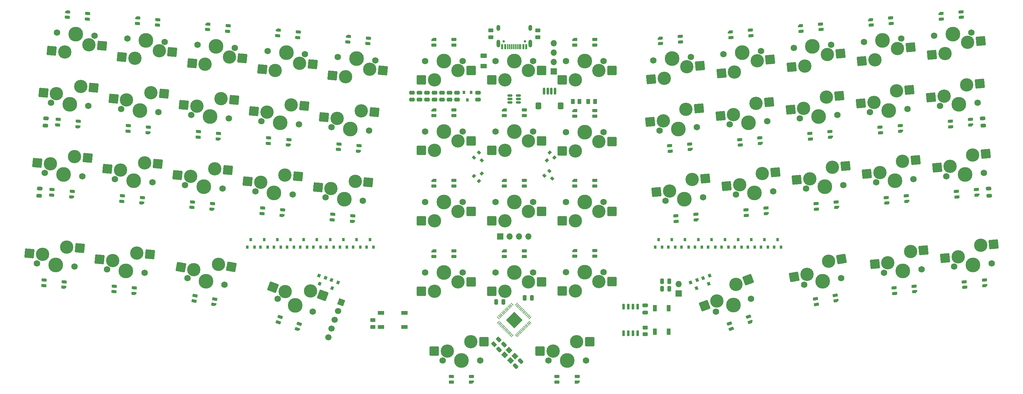
<source format=gbr>
%TF.GenerationSoftware,KiCad,Pcbnew,7.0.9*%
%TF.CreationDate,2024-01-06T21:29:47+01:00*%
%TF.ProjectId,rp2040_base,72703230-3430-45f6-9261-73652e6b6963,rev?*%
%TF.SameCoordinates,Original*%
%TF.FileFunction,Soldermask,Bot*%
%TF.FilePolarity,Negative*%
%FSLAX46Y46*%
G04 Gerber Fmt 4.6, Leading zero omitted, Abs format (unit mm)*
G04 Created by KiCad (PCBNEW 7.0.9) date 2024-01-06 21:29:47*
%MOMM*%
%LPD*%
G01*
G04 APERTURE LIST*
G04 Aperture macros list*
%AMRoundRect*
0 Rectangle with rounded corners*
0 $1 Rounding radius*
0 $2 $3 $4 $5 $6 $7 $8 $9 X,Y pos of 4 corners*
0 Add a 4 corners polygon primitive as box body*
4,1,4,$2,$3,$4,$5,$6,$7,$8,$9,$2,$3,0*
0 Add four circle primitives for the rounded corners*
1,1,$1+$1,$2,$3*
1,1,$1+$1,$4,$5*
1,1,$1+$1,$6,$7*
1,1,$1+$1,$8,$9*
0 Add four rect primitives between the rounded corners*
20,1,$1+$1,$2,$3,$4,$5,0*
20,1,$1+$1,$4,$5,$6,$7,0*
20,1,$1+$1,$6,$7,$8,$9,0*
20,1,$1+$1,$8,$9,$2,$3,0*%
%AMHorizOval*
0 Thick line with rounded ends*
0 $1 width*
0 $2 $3 position (X,Y) of the first rounded end (center of the circle)*
0 $4 $5 position (X,Y) of the second rounded end (center of the circle)*
0 Add line between two ends*
20,1,$1,$2,$3,$4,$5,0*
0 Add two circle primitives to create the rounded ends*
1,1,$1,$2,$3*
1,1,$1,$4,$5*%
%AMRotRect*
0 Rectangle, with rotation*
0 The origin of the aperture is its center*
0 $1 length*
0 $2 width*
0 $3 Rotation angle, in degrees counterclockwise*
0 Add horizontal line*
21,1,$1,$2,0,0,$3*%
%AMFreePoly0*
4,1,18,-0.410000,0.593000,-0.403758,0.624380,-0.385983,0.650983,-0.359380,0.668758,-0.328000,0.675000,0.328000,0.675000,0.359380,0.668758,0.385983,0.650983,0.403758,0.624380,0.410000,0.593000,0.410000,-0.593000,0.403758,-0.624380,0.385983,-0.650983,0.359380,-0.668758,0.328000,-0.675000,0.000000,-0.675000,-0.410000,-0.265000,-0.410000,0.593000,-0.410000,0.593000,$1*%
G04 Aperture macros list end*
%ADD10R,1.700000X1.700000*%
%ADD11O,1.700000X1.700000*%
%ADD12C,1.750000*%
%ADD13C,3.987800*%
%ADD14C,3.600000*%
%ADD15RoundRect,0.250000X1.305205X0.589122X-0.621165X1.290263X-1.305205X-0.589122X0.621165X-1.290263X0*%
%ADD16RoundRect,0.250000X0.933944X1.085529X-1.108255X0.906860X-0.933944X-1.085529X1.108255X-0.906860X0*%
%ADD17RoundRect,0.250000X-1.025000X-1.000000X1.025000X-1.000000X1.025000X1.000000X-1.025000X1.000000X0*%
%ADD18RoundRect,0.082000X0.619331X-0.275069X0.562156X0.378435X-0.619331X0.275069X-0.562156X-0.378435X0*%
%ADD19FreePoly0,95.000000*%
%ADD20RoundRect,0.082000X-0.619331X0.275069X-0.562156X-0.378435X0.619331X-0.275069X0.562156X0.378435X0*%
%ADD21FreePoly0,275.000000*%
%ADD22RotRect,0.900000X0.800000X315.000000*%
%ADD23RoundRect,0.250000X0.250000X0.475000X-0.250000X0.475000X-0.250000X-0.475000X0.250000X-0.475000X0*%
%ADD24RoundRect,0.082000X0.527034X-0.425990X0.640948X0.220044X-0.527034X0.425990X-0.640948X-0.220044X0*%
%ADD25FreePoly0,80.000000*%
%ADD26RoundRect,0.082000X-0.593000X0.328000X-0.593000X-0.328000X0.593000X-0.328000X0.593000X0.328000X0*%
%ADD27FreePoly0,270.000000*%
%ADD28RoundRect,0.250000X1.025000X1.000000X-1.025000X1.000000X-1.025000X-1.000000X1.025000X-1.000000X0*%
%ADD29RoundRect,0.250000X-0.475000X0.250000X-0.475000X-0.250000X0.475000X-0.250000X0.475000X0.250000X0*%
%ADD30R,0.800000X0.900000*%
%ADD31RotRect,0.900000X0.800000X290.000000*%
%ADD32RoundRect,0.082000X-0.562156X0.378435X-0.619331X-0.275069X0.562156X-0.378435X0.619331X0.275069X0*%
%ADD33FreePoly0,265.000000*%
%ADD34RotRect,0.900000X0.800000X250.000000*%
%ADD35RoundRect,0.250000X-0.450000X0.262500X-0.450000X-0.262500X0.450000X-0.262500X0.450000X0.262500X0*%
%ADD36RoundRect,0.150000X0.150000X0.775000X-0.150000X0.775000X-0.150000X-0.775000X0.150000X-0.775000X0*%
%ADD37RoundRect,0.332800X0.467200X0.567200X-0.467200X0.567200X-0.467200X-0.567200X0.467200X-0.567200X0*%
%ADD38RoundRect,0.250000X-1.108255X-0.906860X0.933944X-1.085529X1.108255X0.906860X-0.933944X1.085529X0*%
%ADD39RoundRect,0.082000X0.562156X-0.378435X0.619331X0.275069X-0.562156X0.378435X-0.619331X-0.275069X0*%
%ADD40FreePoly0,85.000000*%
%ADD41R,1.000000X1.700000*%
%ADD42RoundRect,0.150000X0.512500X0.150000X-0.512500X0.150000X-0.512500X-0.150000X0.512500X-0.150000X0*%
%ADD43RoundRect,0.250000X-0.933944X-1.085529X1.108255X-0.906860X0.933944X1.085529X-1.108255X0.906860X0*%
%ADD44RoundRect,0.082000X0.640948X-0.220044X0.527034X0.425990X-0.640948X0.220044X-0.527034X-0.425990X0*%
%ADD45FreePoly0,100.000000*%
%ADD46RoundRect,0.250000X1.108255X0.906860X-0.933944X1.085529X-1.108255X-0.906860X0.933944X-1.085529X0*%
%ADD47RoundRect,0.082000X0.669420X-0.105401X0.445055X0.511037X-0.669420X0.105401X-0.445055X-0.511037X0*%
%ADD48FreePoly0,110.000000*%
%ADD49RotRect,1.400000X1.200000X315.000000*%
%ADD50RotRect,1.700000X1.700000X160.000000*%
%ADD51HorizOval,1.700000X0.000000X0.000000X0.000000X0.000000X0*%
%ADD52RoundRect,0.250000X1.183076X0.806818X-0.835780X1.162797X-1.183076X-0.806818X0.835780X-1.162797X0*%
%ADD53RoundRect,0.250000X0.159099X-0.512652X0.512652X-0.159099X-0.159099X0.512652X-0.512652X0.159099X0*%
%ADD54RoundRect,0.250000X0.835780X1.162797X-1.183076X0.806818X-0.835780X-1.162797X1.183076X-0.806818X0*%
%ADD55RoundRect,0.250000X0.621165X1.290263X-1.305205X0.589122X-0.621165X-1.290263X1.305205X-0.589122X0*%
%ADD56RotRect,0.900000X0.800000X45.000000*%
%ADD57C,0.650000*%
%ADD58R,0.600000X1.450000*%
%ADD59R,0.300000X1.450000*%
%ADD60O,1.000000X1.600000*%
%ADD61O,1.000000X2.100000*%
%ADD62RoundRect,0.250000X-0.262500X-0.450000X0.262500X-0.450000X0.262500X0.450000X-0.262500X0.450000X0*%
%ADD63RoundRect,0.250000X-0.494981X0.207650X-0.451404X-0.290448X0.494981X-0.207650X0.451404X0.290448X0*%
%ADD64RoundRect,0.050000X0.309359X-0.238649X-0.238649X0.309359X-0.309359X0.238649X0.238649X-0.309359X0*%
%ADD65RoundRect,0.050000X0.309359X0.238649X0.238649X0.309359X-0.309359X-0.238649X-0.238649X-0.309359X0*%
%ADD66RoundRect,0.144000X2.059095X0.000000X0.000000X2.059095X-2.059095X0.000000X0.000000X-2.059095X0*%
%ADD67RotRect,0.900000X0.800000X225.000000*%
%ADD68RoundRect,0.250000X-0.451404X0.290448X-0.494981X-0.207650X0.451404X-0.290448X0.494981X0.207650X0*%
%ADD69RoundRect,0.082000X0.445055X-0.511037X0.669420X0.105401X-0.445055X0.511037X-0.669420X-0.105401X0*%
%ADD70FreePoly0,70.000000*%
%ADD71R,1.700000X1.000000*%
%ADD72RoundRect,0.150000X0.150000X-0.650000X0.150000X0.650000X-0.150000X0.650000X-0.150000X-0.650000X0*%
%ADD73RoundRect,0.082000X0.593000X-0.328000X0.593000X0.328000X-0.593000X0.328000X-0.593000X-0.328000X0*%
%ADD74FreePoly0,90.000000*%
%ADD75RoundRect,0.250000X-0.625000X0.375000X-0.625000X-0.375000X0.625000X-0.375000X0.625000X0.375000X0*%
%ADD76RoundRect,0.250000X-0.250000X-0.475000X0.250000X-0.475000X0.250000X0.475000X-0.250000X0.475000X0*%
%ADD77RoundRect,0.250000X-0.132583X0.503814X-0.503814X0.132583X0.132583X-0.503814X0.503814X-0.132583X0*%
G04 APERTURE END LIST*
D10*
%TO.C,pinout_cirque1*%
X146314000Y-105130600D03*
D11*
X148854000Y-105130600D03*
X151394000Y-105130600D03*
X153934000Y-105130600D03*
%TD*%
D12*
%TO.C,K43*%
X95636442Y-125497085D03*
D13*
X90862803Y-123759623D03*
D12*
X86089164Y-122022161D03*
D14*
X88151305Y-120069707D03*
D15*
X84815396Y-118855535D03*
X98322993Y-121068887D03*
D14*
X94987085Y-119854716D03*
%TD*%
D12*
%TO.C,K25*%
X256446966Y-70637649D03*
D13*
X251386297Y-71080400D03*
D12*
X246325628Y-71523151D03*
D14*
X247369420Y-68882129D03*
D16*
X243832928Y-69191532D03*
X257010372Y-65488952D03*
D14*
X253473880Y-65798355D03*
%TD*%
D12*
%TO.C,K34*%
X164080000Y-95820569D03*
D13*
X169160000Y-95820569D03*
D12*
X174240000Y-95820569D03*
D14*
X172970000Y-98360569D03*
D17*
X176520000Y-98360569D03*
X163070000Y-100900569D03*
D14*
X166620000Y-100900569D03*
%TD*%
D12*
%TO.C,K24*%
X237469457Y-72297966D03*
D13*
X232408788Y-72740717D03*
D12*
X227348119Y-73183468D03*
D14*
X228391911Y-70542446D03*
D16*
X224855419Y-70851849D03*
X238032863Y-67149269D03*
D14*
X234496371Y-67458672D03*
%TD*%
D18*
%TO.C,LED43*%
X231731859Y-96269248D03*
X231862592Y-97763540D03*
X237161120Y-95794250D03*
D19*
X237291853Y-97288542D03*
%TD*%
D20*
%TO.C,LED41*%
X233085717Y-49212186D03*
X232954984Y-47717894D03*
X227656456Y-49687184D03*
D21*
X227525723Y-48192892D03*
%TD*%
D22*
%TO.C,D11*%
X139221142Y-83804645D03*
X140564645Y-82461142D03*
X141307107Y-84547107D03*
%TD*%
D18*
%TO.C,LED38*%
X211094033Y-78952056D03*
X211224766Y-80446348D03*
X216523294Y-78477058D03*
D19*
X216654027Y-79971350D03*
%TD*%
D23*
%TO.C,C6*%
X192000000Y-117230000D03*
X190100000Y-117230000D03*
%TD*%
D24*
%TO.C,LED17*%
X63725054Y-121105386D03*
X63464582Y-122582598D03*
X69092256Y-122051768D03*
D25*
X68831784Y-123528980D03*
%TD*%
D20*
%TO.C,LED45*%
X252063226Y-47551869D03*
X251932493Y-46057577D03*
X246633965Y-48026867D03*
D21*
X246503232Y-46532575D03*
%TD*%
D26*
%TO.C,LED24*%
X133785000Y-72440569D03*
X133785000Y-70940569D03*
X128335000Y-72440569D03*
D27*
X128335000Y-70940569D03*
%TD*%
D12*
%TO.C,K44*%
X140902500Y-138683069D03*
D13*
X135822500Y-138683069D03*
D12*
X130742500Y-138683069D03*
D14*
X132012500Y-136143069D03*
D28*
X128462500Y-136143069D03*
X141912500Y-133603069D03*
D14*
X138362500Y-133603069D03*
%TD*%
D29*
%TO.C,C11*%
X124460000Y-66270000D03*
X124460000Y-68170000D03*
%TD*%
D30*
%TO.C,D13*%
X204440000Y-107990000D03*
X202540000Y-107990000D03*
X203490000Y-105990000D03*
%TD*%
D31*
%TO.C,D27*%
X201145272Y-116365227D03*
X202930688Y-115715388D03*
X202722020Y-117919693D03*
%TD*%
D32*
%TO.C,LED4*%
X91541053Y-51347501D03*
X91671786Y-49853209D03*
X86111792Y-50872503D03*
D33*
X86242525Y-49378211D03*
%TD*%
D12*
%TO.C,K46*%
X145030000Y-114870569D03*
D13*
X150110000Y-114870569D03*
D12*
X155190000Y-114870569D03*
D14*
X153920000Y-117410569D03*
D17*
X157470000Y-117410569D03*
X144020000Y-119950569D03*
D14*
X147570000Y-119950569D03*
%TD*%
D34*
%TO.C,D22*%
X100649312Y-116925388D03*
X102434728Y-117575227D03*
X100857980Y-119129693D03*
%TD*%
D30*
%TO.C,D17*%
X101260000Y-107990000D03*
X99360000Y-107990000D03*
X100310000Y-105990000D03*
%TD*%
D12*
%TO.C,K48*%
X169477500Y-138683069D03*
D13*
X164397500Y-138683069D03*
D12*
X159317500Y-138683069D03*
D14*
X160587500Y-136143069D03*
D28*
X157037500Y-136143069D03*
X170487500Y-133603069D03*
D14*
X166937500Y-133603069D03*
%TD*%
D35*
%TO.C,R8*%
X111890000Y-127767500D03*
X111890000Y-129592500D03*
%TD*%
D36*
%TO.C,JST_connector2*%
X161139000Y-65845800D03*
X160139000Y-65845800D03*
X159139000Y-65845800D03*
X158139000Y-65845800D03*
D37*
X162639000Y-69870800D03*
X156639000Y-69870800D03*
%TD*%
D30*
%TO.C,D26*%
X222280000Y-107990000D03*
X220380000Y-107990000D03*
X221330000Y-105990000D03*
%TD*%
D18*
%TO.C,LED52*%
X271824372Y-117380289D03*
X271955105Y-118874581D03*
X277253633Y-116905291D03*
D19*
X277384366Y-118399583D03*
%TD*%
D10*
%TO.C,J4*%
X194580000Y-120585000D03*
D11*
X194580000Y-118045000D03*
%TD*%
D31*
%TO.C,D28*%
X197805272Y-117575227D03*
X199590688Y-116925388D03*
X199382020Y-119129693D03*
%TD*%
D30*
%TO.C,D16*%
X112030000Y-107990000D03*
X110130000Y-107990000D03*
X111080000Y-105990000D03*
%TD*%
D12*
%TO.C,K4*%
X83388369Y-54980774D03*
D13*
X88449038Y-55423525D03*
D12*
X93509707Y-55866276D03*
D14*
X92023164Y-58285923D03*
D38*
X95559655Y-58595326D03*
X81939461Y-59953416D03*
D14*
X85475952Y-60262818D03*
%TD*%
D39*
%TO.C,LED8*%
X64719197Y-76816741D03*
X64588464Y-78311033D03*
X70148458Y-77291739D03*
D40*
X70017725Y-78786031D03*
%TD*%
D29*
%TO.C,C9*%
X122410000Y-66270000D03*
X122410000Y-68170000D03*
%TD*%
D41*
%TO.C,SW0*%
X191900000Y-130860569D03*
X191900000Y-124560569D03*
X188100000Y-130860569D03*
X188100000Y-124560569D03*
%TD*%
D29*
%TO.C,C14*%
X130560000Y-66270000D03*
X130560000Y-68170000D03*
%TD*%
D42*
%TO.C,U44*%
X151247500Y-67011579D03*
X151247500Y-67961579D03*
X151247500Y-68911579D03*
X148972500Y-68911579D03*
X148972500Y-67961579D03*
X148972500Y-67011579D03*
%TD*%
D12*
%TO.C,K13*%
X263642820Y-50885325D03*
D13*
X268703489Y-50442574D03*
D12*
X273764158Y-49999823D03*
D14*
X272720366Y-52640845D03*
D43*
X276256858Y-52331442D03*
X263079414Y-56034022D03*
D14*
X266615906Y-55724619D03*
%TD*%
D39*
%TO.C,LED12*%
X44081371Y-94133933D03*
X43950638Y-95628225D03*
X49510632Y-94608931D03*
D40*
X49379899Y-96103223D03*
%TD*%
D44*
%TO.C,LED44*%
X231567126Y-121993923D03*
X231827598Y-123471135D03*
X236934328Y-121047541D03*
D45*
X237194800Y-122524753D03*
%TD*%
D12*
%TO.C,K14*%
X34916863Y-69862834D03*
D13*
X29856194Y-69420083D03*
D12*
X24795525Y-68977332D03*
D14*
X26282068Y-66557685D03*
D46*
X22745577Y-66248282D03*
X36365771Y-64890192D03*
D14*
X32829280Y-64580790D03*
%TD*%
D23*
%TO.C,C7*%
X192000000Y-119240000D03*
X190100000Y-119240000D03*
%TD*%
D30*
%TO.C,D5*%
X218720000Y-107990000D03*
X216820000Y-107990000D03*
X217770000Y-105990000D03*
%TD*%
D12*
%TO.C,K18*%
X110826899Y-76504102D03*
D13*
X105766230Y-76061351D03*
D12*
X100705561Y-75618600D03*
D14*
X102192104Y-73198953D03*
D46*
X98655613Y-72889550D03*
X112275807Y-71531460D03*
D14*
X108739316Y-71222058D03*
%TD*%
D47*
%TO.C,LED40*%
X208301864Y-128702453D03*
X208814894Y-130111992D03*
X213423188Y-126838444D03*
D48*
X213936218Y-128247983D03*
%TD*%
D12*
%TO.C,K47*%
X164080000Y-114801579D03*
D13*
X169160000Y-114801579D03*
D12*
X174240000Y-114801579D03*
D14*
X172970000Y-117341579D03*
D17*
X176520000Y-117341579D03*
X163070000Y-119881579D03*
D14*
X166620000Y-119881579D03*
%TD*%
D12*
%TO.C,K1*%
X26455842Y-49999823D03*
D13*
X31516511Y-50442574D03*
D12*
X36577180Y-50885325D03*
D14*
X35090637Y-53304972D03*
D38*
X38627128Y-53614375D03*
X25006934Y-54972465D03*
D14*
X28543425Y-55281867D03*
%TD*%
D49*
%TO.C,Y0*%
X148723223Y-135901142D03*
X150278858Y-137456777D03*
X149076777Y-138658858D03*
X147521142Y-137103223D03*
%TD*%
D18*
%TO.C,LED48*%
X252846863Y-119040606D03*
X252977596Y-120534898D03*
X258276124Y-118565608D03*
D19*
X258406857Y-120059900D03*
%TD*%
D12*
%TO.C,K16*%
X72871881Y-73183468D03*
D13*
X67811212Y-72740717D03*
D12*
X62750543Y-72297966D03*
D14*
X64237086Y-69878319D03*
D46*
X60700595Y-69568916D03*
X74320789Y-68210826D03*
D14*
X70784298Y-67901424D03*
%TD*%
D12*
%TO.C,K37*%
X239129774Y-91275475D03*
D13*
X234069105Y-91718226D03*
D12*
X229008436Y-92160977D03*
D14*
X230052228Y-89519955D03*
D16*
X226515736Y-89829358D03*
X239693180Y-86126778D03*
D14*
X236156688Y-86436181D03*
%TD*%
D39*
%TO.C,LED7*%
X45741688Y-75156424D03*
X45610955Y-76650716D03*
X51170949Y-75631422D03*
D40*
X51040216Y-77125714D03*
%TD*%
D50*
%TO.C,J1*%
X103294925Y-122882723D03*
D51*
X102426194Y-125269542D03*
X101557463Y-127656362D03*
X100688732Y-130043181D03*
X99820000Y-132430000D03*
%TD*%
D12*
%TO.C,K45*%
X125980000Y-114870569D03*
D13*
X131060000Y-114870569D03*
D12*
X136140000Y-114870569D03*
D14*
X134870000Y-117410569D03*
D17*
X138420000Y-117410569D03*
X124970000Y-119950569D03*
D14*
X128520000Y-119950569D03*
%TD*%
D12*
%TO.C,K5*%
X102365878Y-56641091D03*
D13*
X107426547Y-57083842D03*
D12*
X112487216Y-57526593D03*
D14*
X111000673Y-59946240D03*
D38*
X114537164Y-60255643D03*
X100916970Y-61613733D03*
D14*
X104453461Y-61923135D03*
%TD*%
D39*
%TO.C,LED14*%
X82036389Y-97454567D03*
X81905656Y-98948859D03*
X87465650Y-97929565D03*
D40*
X87334917Y-99423857D03*
%TD*%
D12*
%TO.C,K2*%
X45433351Y-51660140D03*
D13*
X50494020Y-52102891D03*
D12*
X55554689Y-52545642D03*
D14*
X54068146Y-54965289D03*
D38*
X57604637Y-55274692D03*
X43984443Y-56632782D03*
D14*
X47520934Y-56942184D03*
%TD*%
D32*
%TO.C,LED1*%
X34608526Y-46366550D03*
X34739259Y-44872258D03*
X29179265Y-45891552D03*
D33*
X29309998Y-44397260D03*
%TD*%
D12*
%TO.C,K20*%
X145030000Y-76770569D03*
D13*
X150110000Y-76770569D03*
D12*
X155190000Y-76770569D03*
D14*
X153920000Y-79310569D03*
D17*
X157470000Y-79310569D03*
X144020000Y-81850569D03*
D14*
X147570000Y-81850569D03*
%TD*%
D30*
%TO.C,D8*%
X90540000Y-107990000D03*
X88640000Y-107990000D03*
X89590000Y-105990000D03*
%TD*%
D12*
%TO.C,K36*%
X220152265Y-92935792D03*
D13*
X215091596Y-93378543D03*
D12*
X210030927Y-93821294D03*
D14*
X211074719Y-91180272D03*
D16*
X207538227Y-91489675D03*
X220715671Y-87787095D03*
D14*
X217179179Y-88096498D03*
%TD*%
D30*
%TO.C,D3*%
X79820000Y-107990000D03*
X77920000Y-107990000D03*
X78870000Y-105990000D03*
%TD*%
%TO.C,D12*%
X200860000Y-107990000D03*
X198960000Y-107990000D03*
X199910000Y-105990000D03*
%TD*%
D12*
%TO.C,K12*%
X244665311Y-52545642D03*
D13*
X249725980Y-52102891D03*
D12*
X254786649Y-51660140D03*
D14*
X253742857Y-54301162D03*
D43*
X257279349Y-53991759D03*
X244101905Y-57694339D03*
D14*
X247638397Y-57384936D03*
%TD*%
D26*
%TO.C,LED32*%
X171885000Y-110471579D03*
X171885000Y-108971579D03*
X166435000Y-110471579D03*
D27*
X166435000Y-108971579D03*
%TD*%
D12*
%TO.C,K42*%
X71723993Y-118138647D03*
D13*
X66721170Y-117256514D03*
D12*
X61718347Y-116374381D03*
D14*
X63410119Y-114093503D03*
D52*
X59914051Y-113477052D03*
X73600782Y-113311208D03*
D14*
X70104714Y-112694757D03*
%TD*%
D26*
%TO.C,LED26*%
X171885000Y-72611579D03*
X171885000Y-71111579D03*
X166435000Y-72611579D03*
D27*
X166435000Y-71111579D03*
%TD*%
D29*
%TO.C,C5*%
X185510000Y-123800000D03*
X185510000Y-125700000D03*
%TD*%
D53*
%TO.C,C2*%
X150468249Y-140191751D03*
X151811751Y-138848249D03*
%TD*%
D12*
%TO.C,K32*%
X125980000Y-95820569D03*
D13*
X131060000Y-95820569D03*
D12*
X136140000Y-95820569D03*
D14*
X134870000Y-98360569D03*
D17*
X138420000Y-98360569D03*
X124970000Y-100900569D03*
D14*
X128520000Y-100900569D03*
%TD*%
D26*
%TO.C,LED23*%
X171885000Y-53390569D03*
X171885000Y-51890569D03*
X166435000Y-53390569D03*
D27*
X166435000Y-51890569D03*
%TD*%
D12*
%TO.C,K10*%
X206710293Y-55866276D03*
D13*
X211770962Y-55423525D03*
D12*
X216831631Y-54980774D03*
D14*
X215787839Y-57621796D03*
D43*
X219324331Y-57312393D03*
X206146887Y-61014973D03*
D14*
X209683379Y-60705570D03*
%TD*%
D12*
%TO.C,K50*%
X238501653Y-116374381D03*
D13*
X233498830Y-117256514D03*
D12*
X228496007Y-118138647D03*
D14*
X229305646Y-115416702D03*
D54*
X225809579Y-116033153D03*
X238614176Y-111196173D03*
D14*
X235118109Y-111812624D03*
%TD*%
D30*
%TO.C,D1*%
X86970000Y-107990000D03*
X85070000Y-107990000D03*
X86020000Y-105990000D03*
%TD*%
%TO.C,D20*%
X193670000Y-107990000D03*
X191770000Y-107990000D03*
X192720000Y-105990000D03*
%TD*%
%TO.C,D19*%
X190110000Y-107990000D03*
X188210000Y-107990000D03*
X189160000Y-105990000D03*
%TD*%
D12*
%TO.C,K49*%
X214155218Y-121964117D03*
D13*
X209381579Y-123701579D03*
D12*
X204607940Y-125439041D03*
D14*
X204932619Y-122617856D03*
D55*
X201596710Y-123832028D03*
X213366845Y-116845038D03*
D14*
X210030936Y-118059209D03*
%TD*%
D12*
%TO.C,K35*%
X201174756Y-94596109D03*
D13*
X196114087Y-95038860D03*
D12*
X191053418Y-95481611D03*
D14*
X192097210Y-92840589D03*
D16*
X188560718Y-93149992D03*
X201738162Y-89447412D03*
D14*
X198201670Y-89756815D03*
%TD*%
D56*
%TO.C,D18*%
X140564645Y-90168858D03*
X139221142Y-88825355D03*
X141307107Y-88082893D03*
%TD*%
D57*
%TO.C,J0*%
X147211579Y-52411579D03*
X152991579Y-52411579D03*
D58*
X146851579Y-53856579D03*
X147651579Y-53856579D03*
D59*
X148851579Y-53856579D03*
X149851579Y-53856579D03*
X150351579Y-53856579D03*
X151351579Y-53856579D03*
D58*
X152551579Y-53856579D03*
X153351579Y-53856579D03*
X153351579Y-53856579D03*
X152551579Y-53856579D03*
D59*
X151851579Y-53856579D03*
X150851579Y-53856579D03*
X149351579Y-53856579D03*
X148351579Y-53856579D03*
D58*
X147651579Y-53856579D03*
X146851579Y-53856579D03*
D60*
X145781579Y-48761579D03*
D61*
X145781579Y-52941579D03*
D60*
X154421579Y-48761579D03*
D61*
X154421579Y-52941579D03*
%TD*%
D62*
%TO.C,R4*%
X165914700Y-68656200D03*
X167739700Y-68656200D03*
%TD*%
D12*
%TO.C,K23*%
X218491948Y-73958283D03*
D13*
X213431279Y-74401034D03*
D12*
X208370610Y-74843785D03*
D14*
X209414402Y-72202763D03*
D16*
X205877910Y-72512166D03*
X219055354Y-68809586D03*
D14*
X215518862Y-69118989D03*
%TD*%
D63*
%TO.C,C18*%
X278427202Y-92223615D03*
X278592798Y-94116385D03*
%TD*%
D29*
%TO.C,C13*%
X128520000Y-66270000D03*
X128520000Y-68170000D03*
%TD*%
D30*
%TO.C,D6*%
X215160000Y-107990000D03*
X213260000Y-107990000D03*
X214210000Y-105990000D03*
%TD*%
D39*
%TO.C,LED13*%
X63058880Y-95794250D03*
X62928147Y-97288542D03*
X68488141Y-96269248D03*
D40*
X68357408Y-97763540D03*
%TD*%
D12*
%TO.C,K27*%
X33256546Y-88840343D03*
D13*
X28195877Y-88397592D03*
D12*
X23135208Y-87954841D03*
D14*
X24621751Y-85535194D03*
D46*
X21085260Y-85225791D03*
X34705454Y-83867701D03*
D14*
X31168963Y-83558299D03*
%TD*%
D26*
%TO.C,LED21*%
X133785000Y-53390569D03*
X133785000Y-51890569D03*
X128335000Y-53390569D03*
D27*
X128335000Y-51890569D03*
%TD*%
D12*
%TO.C,K30*%
X90189073Y-93821294D03*
D13*
X85128404Y-93378543D03*
D12*
X80067735Y-92935792D03*
D14*
X81554278Y-90516145D03*
D46*
X78017787Y-90206742D03*
X91637981Y-88848652D03*
D14*
X88101490Y-88539250D03*
%TD*%
D10*
%TO.C,USB_breakout1*%
X160800000Y-60530000D03*
D11*
X160800000Y-57990000D03*
X160800000Y-55450000D03*
X160800000Y-52910000D03*
%TD*%
D20*
%TO.C,LED37*%
X214108208Y-50872503D03*
X213977475Y-49378211D03*
X208678947Y-51347501D03*
D21*
X208548214Y-49853209D03*
%TD*%
D18*
%TO.C,LED46*%
X249049051Y-75631422D03*
X249179784Y-77125714D03*
X254478312Y-75156424D03*
D19*
X254609045Y-76650716D03*
%TD*%
D26*
%TO.C,LED29*%
X171885000Y-91490569D03*
X171885000Y-89990569D03*
X166435000Y-91490569D03*
D27*
X166435000Y-89990569D03*
%TD*%
D18*
%TO.C,LED34*%
X192116524Y-80612373D03*
X192247257Y-82106665D03*
X197545785Y-80137375D03*
D19*
X197676518Y-81631667D03*
%TD*%
D12*
%TO.C,K19*%
X125980000Y-76770569D03*
D13*
X131060000Y-76770569D03*
D12*
X136140000Y-76770569D03*
D14*
X134870000Y-79310569D03*
D17*
X138420000Y-79310569D03*
X124970000Y-81850569D03*
D14*
X128520000Y-81850569D03*
%TD*%
D12*
%TO.C,K33*%
X145030000Y-95820569D03*
D13*
X150110000Y-95820569D03*
D12*
X155190000Y-95820569D03*
D14*
X153920000Y-98360569D03*
D17*
X157470000Y-98360569D03*
X144020000Y-100900569D03*
D14*
X147570000Y-100900569D03*
%TD*%
D12*
%TO.C,K7*%
X145030000Y-57720569D03*
D13*
X150110000Y-57720569D03*
D12*
X155190000Y-57720569D03*
D14*
X153920000Y-60260569D03*
D17*
X157470000Y-60260569D03*
X144020000Y-62800569D03*
D14*
X147570000Y-62800569D03*
%TD*%
D20*
%TO.C,LED49*%
X271040735Y-45891552D03*
X270910002Y-44397260D03*
X265611474Y-46366550D03*
D21*
X265480741Y-44872258D03*
%TD*%
D12*
%TO.C,K6*%
X125980000Y-57720569D03*
D13*
X131060000Y-57720569D03*
D12*
X136140000Y-57720569D03*
D14*
X134870000Y-60260569D03*
D17*
X138420000Y-60260569D03*
X124970000Y-62800569D03*
D14*
X128520000Y-62800569D03*
%TD*%
D29*
%TO.C,C12*%
X126490000Y-66270000D03*
X126490000Y-68170000D03*
%TD*%
D26*
%TO.C,LED25*%
X152835000Y-72440569D03*
X152835000Y-70940569D03*
X147385000Y-72440569D03*
D27*
X147385000Y-70940569D03*
%TD*%
D64*
%TO.C,U3*%
X154370736Y-128302771D03*
X154087893Y-128585614D03*
X153805051Y-128868456D03*
X153522208Y-129151299D03*
X153239365Y-129434142D03*
X152956523Y-129716984D03*
X152673680Y-129999827D03*
X152390837Y-130282670D03*
X152107994Y-130565513D03*
X151825152Y-130848355D03*
X151542309Y-131131198D03*
X151259466Y-131414041D03*
X150976624Y-131696883D03*
X150693781Y-131979726D03*
D65*
X149509377Y-131979726D03*
X149226534Y-131696883D03*
X148943692Y-131414041D03*
X148660849Y-131131198D03*
X148378006Y-130848355D03*
X148095164Y-130565513D03*
X147812321Y-130282670D03*
X147529478Y-129999827D03*
X147246635Y-129716984D03*
X146963793Y-129434142D03*
X146680950Y-129151299D03*
X146398107Y-128868456D03*
X146115265Y-128585614D03*
X145832422Y-128302771D03*
D64*
X145832422Y-127118367D03*
X146115265Y-126835524D03*
X146398107Y-126552682D03*
X146680950Y-126269839D03*
X146963793Y-125986996D03*
X147246635Y-125704154D03*
X147529478Y-125421311D03*
X147812321Y-125138468D03*
X148095164Y-124855625D03*
X148378006Y-124572783D03*
X148660849Y-124289940D03*
X148943692Y-124007097D03*
X149226534Y-123724255D03*
X149509377Y-123441412D03*
D65*
X150693781Y-123441412D03*
X150976624Y-123724255D03*
X151259466Y-124007097D03*
X151542309Y-124289940D03*
X151825152Y-124572783D03*
X152107994Y-124855625D03*
X152390837Y-125138468D03*
X152673680Y-125421311D03*
X152956523Y-125704154D03*
X153239365Y-125986996D03*
X153522208Y-126269839D03*
X153805051Y-126552682D03*
X154087893Y-126835524D03*
X154370736Y-127118367D03*
D66*
X150101579Y-127710569D03*
%TD*%
D12*
%TO.C,K39*%
X277084792Y-87954841D03*
D13*
X272024123Y-88397592D03*
D12*
X266963454Y-88840343D03*
D14*
X268007246Y-86199321D03*
D16*
X264470754Y-86508724D03*
X277648198Y-82806144D03*
D14*
X274111706Y-83115547D03*
%TD*%
D12*
%TO.C,K31*%
X109166582Y-95481611D03*
D13*
X104105913Y-95038860D03*
D12*
X99045244Y-94596109D03*
D14*
X100531787Y-92176462D03*
D46*
X96995296Y-91867059D03*
X110615490Y-90508969D03*
D14*
X107078999Y-90199567D03*
%TD*%
D30*
%TO.C,D7*%
X211600000Y-107990000D03*
X209700000Y-107990000D03*
X210650000Y-105990000D03*
%TD*%
D18*
%TO.C,LED39*%
X212754350Y-97929565D03*
X212885083Y-99423857D03*
X218183611Y-97454567D03*
D19*
X218314344Y-98948859D03*
%TD*%
D12*
%TO.C,K3*%
X64410860Y-53320457D03*
D13*
X69471529Y-53763208D03*
D12*
X74532198Y-54205959D03*
D14*
X73045655Y-56625606D03*
D38*
X76582146Y-56935009D03*
X62961952Y-58293099D03*
D14*
X66498443Y-58602501D03*
%TD*%
D67*
%TO.C,D4*%
X159655355Y-82461142D03*
X160998858Y-83804645D03*
X158912893Y-84547107D03*
%TD*%
D12*
%TO.C,K41*%
X50096561Y-114932335D03*
D13*
X45035892Y-114489584D03*
D12*
X39975223Y-114046833D03*
D14*
X41461766Y-111627186D03*
D46*
X37925275Y-111317783D03*
X51545469Y-109959693D03*
D14*
X48008978Y-109650291D03*
%TD*%
D12*
%TO.C,K22*%
X199514439Y-75618600D03*
D13*
X194453770Y-76061351D03*
D12*
X189393101Y-76504102D03*
D14*
X190436893Y-73863080D03*
D16*
X186900401Y-74172483D03*
X200077845Y-70469903D03*
D14*
X196541353Y-70779306D03*
%TD*%
D18*
%TO.C,LED47*%
X250709368Y-94608931D03*
X250840101Y-96103223D03*
X256138629Y-94133933D03*
D19*
X256269362Y-95628225D03*
%TD*%
D35*
%TO.C,R7*%
X143761579Y-49459079D03*
X143761579Y-51284079D03*
%TD*%
D68*
%TO.C,C16*%
X23450000Y-73240000D03*
X23284404Y-75132770D03*
%TD*%
D22*
%TO.C,D25*%
X158241142Y-88754645D03*
X159584645Y-87411142D03*
X160327107Y-89497107D03*
%TD*%
D32*
%TO.C,LED5*%
X110518562Y-53007818D03*
X110649295Y-51513526D03*
X105089301Y-52532820D03*
D33*
X105220034Y-51038528D03*
%TD*%
D12*
%TO.C,K40*%
X31132248Y-113284330D03*
D13*
X26071579Y-112841579D03*
D12*
X21010910Y-112398828D03*
D14*
X22497453Y-109979181D03*
D46*
X18960962Y-109669778D03*
X32581156Y-108311688D03*
D14*
X29044665Y-108002286D03*
%TD*%
D30*
%TO.C,D2*%
X83390000Y-107990000D03*
X81490000Y-107990000D03*
X82440000Y-105990000D03*
%TD*%
D23*
%TO.C,C10*%
X147130000Y-122870000D03*
X145230000Y-122870000D03*
%TD*%
D29*
%TO.C,C1*%
X140270000Y-66270000D03*
X140270000Y-68170000D03*
%TD*%
D12*
%TO.C,K15*%
X53894372Y-71523151D03*
D13*
X48833703Y-71080400D03*
D12*
X43773034Y-70637649D03*
D14*
X45259577Y-68218002D03*
D46*
X41723086Y-67908599D03*
X55343280Y-66550509D03*
D14*
X51806789Y-66241107D03*
%TD*%
D26*
%TO.C,LED31*%
X152835000Y-110540569D03*
X152835000Y-109040569D03*
X147385000Y-110540569D03*
D27*
X147385000Y-109040569D03*
%TD*%
D69*
%TO.C,LED16*%
X86821194Y-126896488D03*
X86308164Y-128306027D03*
X91942518Y-128760497D03*
D70*
X91429488Y-130170036D03*
%TD*%
D71*
%TO.C,SW2*%
X120370000Y-125810569D03*
X114070000Y-125810569D03*
X120370000Y-129610569D03*
X114070000Y-129610569D03*
%TD*%
D35*
%TO.C,R6*%
X156451579Y-49459079D03*
X156451579Y-51284079D03*
%TD*%
D18*
%TO.C,LED51*%
X269686877Y-92948614D03*
X269817610Y-94442906D03*
X275116138Y-92473616D03*
D19*
X275246871Y-93967908D03*
%TD*%
D30*
%TO.C,D9*%
X94110000Y-107990000D03*
X92210000Y-107990000D03*
X93160000Y-105990000D03*
%TD*%
D39*
%TO.C,LED6*%
X26764179Y-73496107D03*
X26633446Y-74990399D03*
X32193440Y-73971105D03*
D40*
X32062707Y-75465397D03*
%TD*%
D29*
%TO.C,C17*%
X132620000Y-66270000D03*
X132620000Y-68170000D03*
%TD*%
D35*
%TO.C,R1*%
X185480000Y-129767500D03*
X185480000Y-131592500D03*
%TD*%
D39*
%TO.C,LED11*%
X25103862Y-92473616D03*
X24973129Y-93967908D03*
X30533123Y-92948614D03*
D40*
X30402390Y-94442906D03*
%TD*%
D32*
%TO.C,LED2*%
X53586035Y-48026867D03*
X53716768Y-46532575D03*
X48156774Y-47551869D03*
D33*
X48287507Y-46057577D03*
%TD*%
D12*
%TO.C,K17*%
X91849390Y-74843785D03*
D13*
X86788721Y-74401034D03*
D12*
X81728052Y-73958283D03*
D14*
X83214595Y-71538636D03*
D46*
X79678104Y-71229233D03*
X93298298Y-69871143D03*
D14*
X89761807Y-69561741D03*
%TD*%
D63*
%TO.C,C19*%
X276757202Y-73243615D03*
X276922798Y-75136385D03*
%TD*%
D30*
%TO.C,D15*%
X108440000Y-107990000D03*
X106540000Y-107990000D03*
X107490000Y-105990000D03*
%TD*%
D62*
%TO.C,R3*%
X170131100Y-68656200D03*
X171956100Y-68656200D03*
%TD*%
D72*
%TO.C,U2*%
X183485000Y-131310569D03*
X182215000Y-131310569D03*
X180945000Y-131310569D03*
X179675000Y-131310569D03*
X179675000Y-124110569D03*
X180945000Y-124110569D03*
X182215000Y-124110569D03*
X183485000Y-124110569D03*
%TD*%
D32*
%TO.C,LED3*%
X72563544Y-49687184D03*
X72694277Y-48192892D03*
X67134283Y-49212186D03*
D33*
X67265016Y-47717894D03*
%TD*%
D12*
%TO.C,K21*%
X164080000Y-76941579D03*
D13*
X169160000Y-76941579D03*
D12*
X174240000Y-76941579D03*
D14*
X172970000Y-79481579D03*
D17*
X176520000Y-79481579D03*
X163070000Y-82021579D03*
D14*
X166620000Y-82021579D03*
%TD*%
D39*
%TO.C,LED19*%
X22979564Y-116917603D03*
X22848831Y-118411895D03*
X28408825Y-117392601D03*
D40*
X28278092Y-118886893D03*
%TD*%
D39*
%TO.C,LED9*%
X83696706Y-78477058D03*
X83565973Y-79971350D03*
X89125967Y-78952056D03*
D40*
X88995234Y-80446348D03*
%TD*%
D12*
%TO.C,K52*%
X279222287Y-112386516D03*
D13*
X274161618Y-112829267D03*
D12*
X269100949Y-113272018D03*
D14*
X270144741Y-110630996D03*
D16*
X266608249Y-110940399D03*
X279785693Y-107237819D03*
D14*
X276249201Y-107547222D03*
%TD*%
D53*
%TO.C,C3*%
X145988249Y-135711751D03*
X147331751Y-134368249D03*
%TD*%
D12*
%TO.C,K38*%
X258107283Y-89615158D03*
D13*
X253046614Y-90057909D03*
D12*
X247985945Y-90500660D03*
D14*
X249029737Y-87859638D03*
D16*
X245493245Y-88169041D03*
X258670689Y-84466461D03*
D14*
X255134197Y-84775864D03*
%TD*%
D30*
%TO.C,U4*%
X136500000Y-66220000D03*
X138400000Y-66220000D03*
X137450000Y-68220000D03*
%TD*%
D73*
%TO.C,LED36*%
X161672500Y-143013069D03*
X161672500Y-144513069D03*
X167122500Y-143013069D03*
D74*
X167122500Y-144513069D03*
%TD*%
D75*
%TO.C,F0*%
X141861579Y-56320569D03*
X141861579Y-59120569D03*
%TD*%
D73*
%TO.C,LED20*%
X133097500Y-143013069D03*
X133097500Y-144513069D03*
X138547500Y-143013069D03*
D74*
X138547500Y-144513069D03*
%TD*%
D12*
%TO.C,K51*%
X260244778Y-114046833D03*
D13*
X255184109Y-114489584D03*
D12*
X250123440Y-114932335D03*
D14*
X251167232Y-112291313D03*
D16*
X247630740Y-112600716D03*
X260808184Y-108898136D03*
D14*
X257271692Y-109207539D03*
%TD*%
D39*
%TO.C,LED18*%
X41943877Y-118565608D03*
X41813144Y-120059900D03*
X47373138Y-119040606D03*
D40*
X47242405Y-120534898D03*
%TD*%
D18*
%TO.C,LED42*%
X230071542Y-77291739D03*
X230202275Y-78786031D03*
X235500803Y-76816741D03*
D19*
X235631536Y-78311033D03*
%TD*%
D39*
%TO.C,LED15*%
X101013898Y-99114884D03*
X100883165Y-100609176D03*
X106443159Y-99589882D03*
D40*
X106312426Y-101084174D03*
%TD*%
D26*
%TO.C,LED28*%
X152835000Y-91490569D03*
X152835000Y-89990569D03*
X147385000Y-91490569D03*
D27*
X147385000Y-89990569D03*
%TD*%
D20*
%TO.C,LED33*%
X195108825Y-52532820D03*
X194978092Y-51038528D03*
X189679564Y-53007818D03*
D21*
X189548831Y-51513526D03*
%TD*%
D30*
%TO.C,D24*%
X104850000Y-107990000D03*
X102950000Y-107990000D03*
X103900000Y-105990000D03*
%TD*%
D76*
%TO.C,C8*%
X152950000Y-121720000D03*
X154850000Y-121720000D03*
%TD*%
D12*
%TO.C,K29*%
X71211564Y-92160977D03*
D13*
X66150895Y-91718226D03*
D12*
X61090226Y-91275475D03*
D14*
X62576769Y-88855828D03*
D46*
X59040278Y-88546425D03*
X72660472Y-87188335D03*
D14*
X69123981Y-86878933D03*
%TD*%
D26*
%TO.C,LED27*%
X133785000Y-91490569D03*
X133785000Y-89990569D03*
X128335000Y-91490569D03*
D27*
X128335000Y-89990569D03*
%TD*%
D30*
%TO.C,D10*%
X97680000Y-107990000D03*
X95780000Y-107990000D03*
X96730000Y-105990000D03*
%TD*%
D18*
%TO.C,LED35*%
X193776841Y-99589882D03*
X193907574Y-101084174D03*
X199206102Y-99114884D03*
D19*
X199336835Y-100609176D03*
%TD*%
D30*
%TO.C,D21*%
X197250000Y-107990000D03*
X195350000Y-107990000D03*
X196300000Y-105990000D03*
%TD*%
D18*
%TO.C,LED50*%
X268026560Y-73971105D03*
X268157293Y-75465397D03*
X273455821Y-73496107D03*
D19*
X273586554Y-74990399D03*
%TD*%
D12*
%TO.C,K8*%
X164080000Y-57720569D03*
D13*
X169160000Y-57720569D03*
D12*
X174240000Y-57720569D03*
D14*
X172970000Y-60260569D03*
D17*
X176520000Y-60260569D03*
X163070000Y-62800569D03*
D14*
X166620000Y-62800569D03*
%TD*%
D12*
%TO.C,K28*%
X52234055Y-90500660D03*
D13*
X47173386Y-90057909D03*
D12*
X42112717Y-89615158D03*
D14*
X43599260Y-87195511D03*
D46*
X40062769Y-86886108D03*
X53682963Y-85528018D03*
D14*
X50146472Y-85218616D03*
%TD*%
D12*
%TO.C,K11*%
X225687802Y-54205959D03*
D13*
X230748471Y-53763208D03*
D12*
X235809140Y-53320457D03*
D14*
X234765348Y-55961479D03*
D43*
X238301840Y-55652076D03*
X225124396Y-59354656D03*
D14*
X228660888Y-59045253D03*
%TD*%
D26*
%TO.C,LED30*%
X133785000Y-110540569D03*
X133785000Y-109040569D03*
X128335000Y-110540569D03*
D27*
X128335000Y-109040569D03*
%TD*%
D29*
%TO.C,C4*%
X134630000Y-66270000D03*
X134630000Y-68170000D03*
%TD*%
D77*
%TO.C,R5*%
X145885235Y-132974765D03*
X144594765Y-134265235D03*
%TD*%
D12*
%TO.C,K26*%
X275424475Y-68977332D03*
D13*
X270363806Y-69420083D03*
D12*
X265303137Y-69862834D03*
D14*
X266346929Y-67221812D03*
D16*
X262810437Y-67531215D03*
X275987881Y-63828635D03*
D14*
X272451389Y-64138038D03*
%TD*%
D34*
%TO.C,D23*%
X97279312Y-115695388D03*
X99064728Y-116345227D03*
X97487980Y-117899693D03*
%TD*%
D39*
%TO.C,LED10*%
X102674215Y-80137375D03*
X102543482Y-81631667D03*
X108103476Y-80612373D03*
D40*
X107972743Y-82106665D03*
%TD*%
D12*
%TO.C,K9*%
X187710910Y-57526593D03*
D13*
X192771579Y-57083842D03*
D12*
X197832248Y-56641091D03*
D14*
X196788456Y-59282113D03*
D43*
X200324948Y-58972710D03*
X187147504Y-62675290D03*
D14*
X190683996Y-62365887D03*
%TD*%
D68*
%TO.C,C15*%
X21802798Y-92223615D03*
X21637202Y-94116385D03*
%TD*%
D30*
%TO.C,D14*%
X208040000Y-107990000D03*
X206140000Y-107990000D03*
X207090000Y-105990000D03*
%TD*%
M02*

</source>
